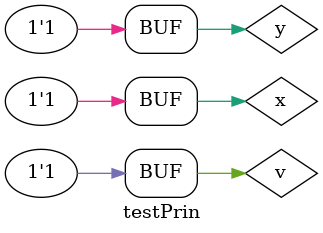
<source format=v>
module MUX (output s1,output s2,input e1,input e2,input e3,
input e4,input c1);
  
wire temp1,temp2,temp3,temp4,notc1;

and AND1 (temp1,e1,c1);
not NOT1 (notc1,c1);
and AND2 (temp2,e2,notc1); 
or OR1 (s1,temp1,temp2);

and AND2 (temp3,e3,c1);
not NOT1 (notc1,c1);
and AND2 (temp4,e4,notc1); 
or OR2 (s2,temp3,temp4);

endmodule//MUX

module Prin (output s,output s0,input a,input b,input CH);

wire e1,e2,e3,e4,c1;

nand NAND1 (e1,a,b);
and AND3 (e2,a,b);
nor NOR1 (e3,a,b);
or OR3 (e4,a,b);
MUX selec (s,s0,e1,e2,e3,e4,CH);
endmodule//Prin

module testPrin;
// ------------------------- definir dados 
reg  x,y,v;
wire s,z; 
Prin modulo1 ( s,z, x, y, v);
// ------------------------- parte principal 
initial begin 
$display("Exemplo0033 - Filipe Viana de Miranda - 446415"); 
$display("Test LU's module"); 
x = 'b0; y = 'b0;v= 'b0; 
// projetar testes do modulo 
$display("\na b CH s1 s2");
#1 $monitor("%b %b %b %b %b",x,y,v,s,z);
#1 x='b0;y ='b1; v= 'b0;  
#1 x='b1;y ='b0; v= 'b0;
#1 x='b1;y ='b1; v= 'b0;

x = 'b0; y = 'b0;v= 'b1; 
#1 x='b0;y ='b1; v= 'b1;  
#1 x='b1;y ='b0; v= 'b1;
#1 x='b1;y ='b1; v= 'b1;
end 
endmodule // test_f4 
</source>
